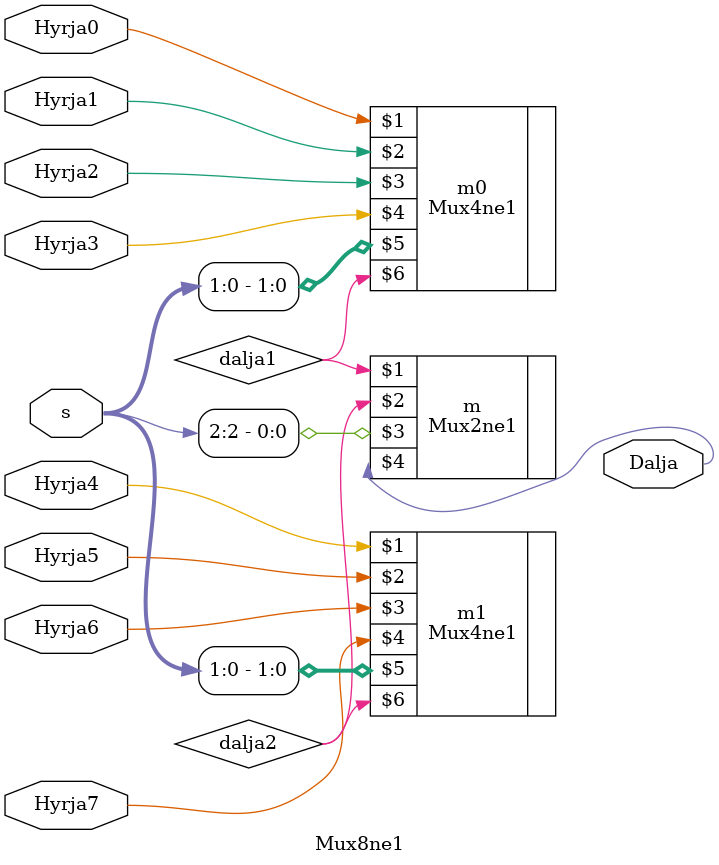
<source format=v>
`timescale 1ns / 1ps


module Mux8ne1(
input Hyrja0,
input Hyrja1,
input Hyrja2,
input Hyrja3,
input Hyrja4,
input Hyrja5,
input Hyrja6,
input Hyrja7,
input [2:0] s,
output Dalja);
wire dalja1, dalja2;
Mux4ne1 m0(Hyrja0, Hyrja1, Hyrja2, Hyrja3, s[1:0], dalja1);
Mux4ne1 m1(Hyrja4, Hyrja5, Hyrja6, Hyrja7, s[1:0], dalja2);
Mux2ne1 m(dalja1, dalja2, s[2], Dalja);
//assign Dalja = (s[2] == 1'b0) ? ((s[1] == 1'b0) ? ((s[1] == 1'b0) ? Hyrja0 : Hyrja1)) : ((s[1] == 1'b0) ? Hyrja2 : Hyrja3)) : ((s[1] == 1'b0) ? ((s[1] == 1'b0) ? Hyrja4 : Hyrja5) : ((s[1] == 1'b0) ? Hyrja6 : Hyrja7)); 

endmodule

</source>
